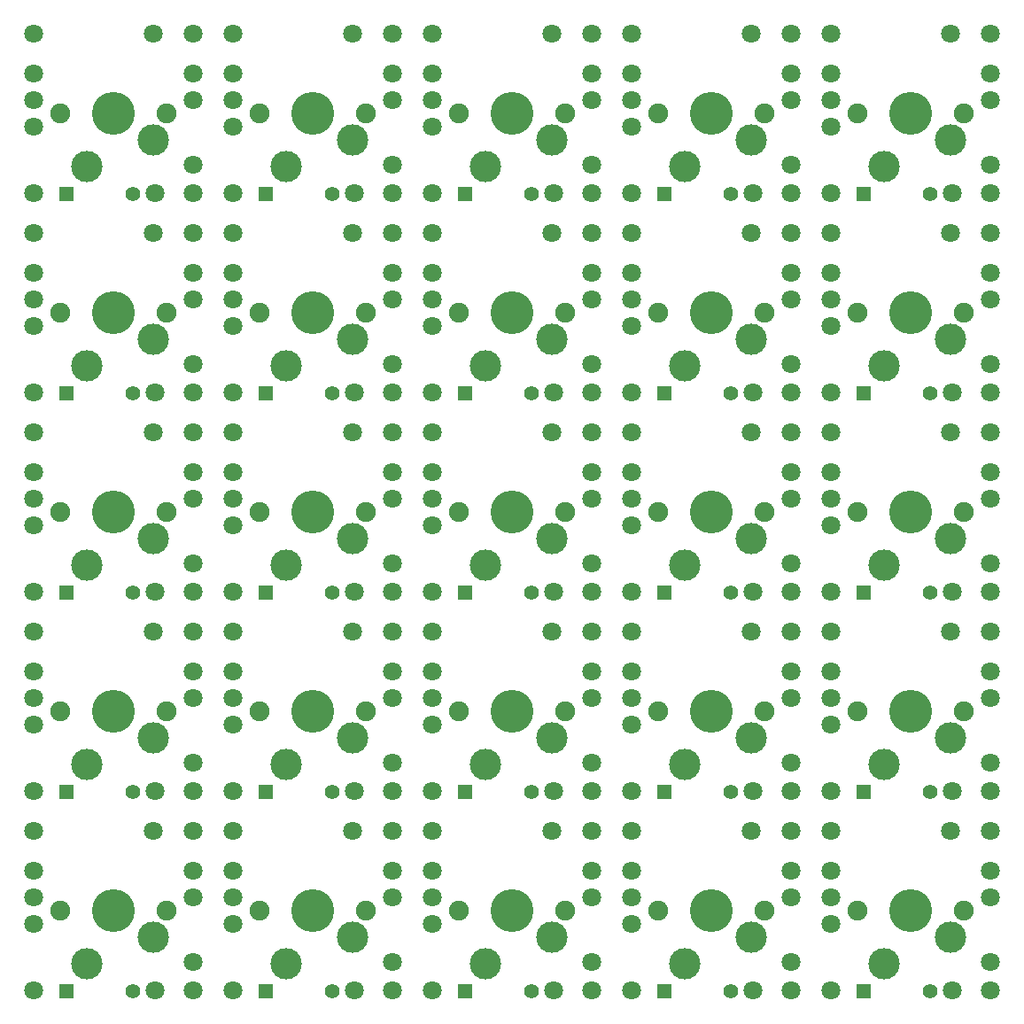
<source format=gts>
%TF.GenerationSoftware,KiCad,Pcbnew,(6.0.0-0)*%
%TF.CreationDate,2022-01-08T22:40:35+00:00*%
%TF.ProjectId,Sarcodina,53617263-6f64-4696-9e61-2e6b69636164,rev?*%
%TF.SameCoordinates,Original*%
%TF.FileFunction,Soldermask,Top*%
%TF.FilePolarity,Negative*%
%FSLAX46Y46*%
G04 Gerber Fmt 4.6, Leading zero omitted, Abs format (unit mm)*
G04 Created by KiCad (PCBNEW (6.0.0-0)) date 2022-01-08 22:40:35*
%MOMM*%
%LPD*%
G01*
G04 APERTURE LIST*
%ADD10C,3.000000*%
%ADD11C,1.900000*%
%ADD12C,4.100000*%
%ADD13C,1.800000*%
%ADD14R,1.400000X1.400000*%
%ADD15C,1.400000*%
G04 APERTURE END LIST*
D10*
%TO.C,SW7*%
X67437000Y-118713250D03*
D11*
X75057000Y-113633250D03*
X64897000Y-113633250D03*
D10*
X73787000Y-116173250D03*
D12*
X69977000Y-113633250D03*
%TD*%
D10*
%TO.C,SW7*%
X67437000Y-61563250D03*
D11*
X64897000Y-56483250D03*
D12*
X69977000Y-56483250D03*
D10*
X73787000Y-59023250D03*
D11*
X75057000Y-56483250D03*
%TD*%
D13*
%TO.C,*%
X119507000Y-74263250D03*
%TD*%
%TO.C,*%
X100457000Y-76803250D03*
%TD*%
%TO.C,*%
X43307000Y-102203250D03*
%TD*%
D10*
%TO.C,SW7*%
X92837000Y-97123250D03*
D11*
X83947000Y-94583250D03*
D10*
X86487000Y-99663250D03*
D11*
X94107000Y-94583250D03*
D12*
X89027000Y-94583250D03*
%TD*%
D13*
%TO.C,*%
X100457000Y-33623250D03*
%TD*%
%TO.C,*%
X77597000Y-45053250D03*
%TD*%
%TO.C,*%
X96647000Y-55213250D03*
%TD*%
D11*
%TO.C,SW7*%
X113157000Y-75533250D03*
D10*
X105537000Y-80613250D03*
X111887000Y-78073250D03*
D12*
X108077000Y-75533250D03*
D11*
X102997000Y-75533250D03*
%TD*%
D13*
%TO.C,*%
X92964000Y-102203250D03*
%TD*%
%TO.C,*%
X134747000Y-106013250D03*
%TD*%
%TO.C,*%
X134747000Y-80486250D03*
%TD*%
%TO.C,*%
X77597000Y-90773250D03*
%TD*%
%TO.C,*%
X62357000Y-121253250D03*
%TD*%
%TO.C,*%
X96647000Y-80486250D03*
%TD*%
%TO.C,*%
X96647000Y-106013250D03*
%TD*%
%TO.C,*%
X77597000Y-80486250D03*
%TD*%
%TO.C,*%
X100457000Y-95853250D03*
%TD*%
%TO.C,*%
X100457000Y-67913250D03*
%TD*%
%TO.C,*%
X77597000Y-112363250D03*
%TD*%
%TO.C,*%
X119507000Y-36163250D03*
%TD*%
%TO.C,*%
X115697000Y-99536250D03*
%TD*%
%TO.C,*%
X77597000Y-52673250D03*
%TD*%
%TO.C,*%
X81407000Y-102203250D03*
%TD*%
%TO.C,*%
X96647000Y-99536250D03*
%TD*%
%TO.C,*%
X134747000Y-86963250D03*
%TD*%
%TO.C,*%
X81407000Y-45053250D03*
%TD*%
%TO.C,*%
X73787000Y-48863250D03*
%TD*%
%TO.C,*%
X134747000Y-112363250D03*
%TD*%
%TO.C,*%
X43307000Y-114903250D03*
%TD*%
%TO.C,*%
X100457000Y-29813250D03*
%TD*%
%TO.C,*%
X92837000Y-29813250D03*
%TD*%
%TO.C,*%
X100457000Y-38703250D03*
%TD*%
%TO.C,*%
X54737000Y-29813250D03*
%TD*%
%TO.C,*%
X81407000Y-33623250D03*
%TD*%
%TO.C,*%
X115697000Y-106013250D03*
%TD*%
D14*
%TO.C,D*%
X103615000Y-64230250D03*
D15*
X109965000Y-64230250D03*
%TD*%
D14*
%TO.C,D*%
X46465000Y-121380250D03*
D15*
X52815000Y-121380250D03*
%TD*%
D13*
%TO.C,*%
X115697000Y-52673250D03*
%TD*%
%TO.C,*%
X43307000Y-71723250D03*
%TD*%
D14*
%TO.C,D*%
X84565000Y-121380250D03*
D15*
X90915000Y-121380250D03*
%TD*%
D13*
%TO.C,*%
X81407000Y-36163250D03*
%TD*%
%TO.C,*%
X96647000Y-86963250D03*
%TD*%
%TO.C,*%
X43307000Y-93313250D03*
%TD*%
%TO.C,*%
X62357000Y-86963250D03*
%TD*%
%TO.C,*%
X100457000Y-48863250D03*
%TD*%
%TO.C,*%
X130937000Y-48863250D03*
%TD*%
%TO.C,*%
X62357000Y-33623250D03*
%TD*%
%TO.C,*%
X96647000Y-112363250D03*
%TD*%
%TO.C,*%
X43307000Y-109823250D03*
%TD*%
%TO.C,*%
X58547000Y-55213250D03*
%TD*%
%TO.C,*%
X96647000Y-109823250D03*
%TD*%
%TO.C,*%
X54737000Y-86963250D03*
%TD*%
%TO.C,*%
X96647000Y-90773250D03*
%TD*%
%TO.C,*%
X43307000Y-90773250D03*
%TD*%
%TO.C,*%
X119507000Y-121253250D03*
%TD*%
%TO.C,*%
X119507000Y-64103250D03*
%TD*%
%TO.C,*%
X96647000Y-118586250D03*
%TD*%
%TO.C,*%
X115697000Y-90773250D03*
%TD*%
%TO.C,*%
X96647000Y-71723250D03*
%TD*%
%TO.C,*%
X81407000Y-86963250D03*
%TD*%
%TO.C,*%
X134747000Y-61436250D03*
%TD*%
%TO.C,*%
X134747000Y-90773250D03*
%TD*%
D14*
%TO.C,D*%
X103615000Y-102330250D03*
D15*
X109965000Y-102330250D03*
%TD*%
D13*
%TO.C,*%
X115697000Y-80486250D03*
%TD*%
%TO.C,*%
X100457000Y-52673250D03*
%TD*%
%TO.C,*%
X96647000Y-48863250D03*
%TD*%
%TO.C,*%
X54864000Y-121253250D03*
%TD*%
%TO.C,*%
X92837000Y-67913250D03*
%TD*%
%TO.C,*%
X96647000Y-102203250D03*
%TD*%
D14*
%TO.C,D*%
X122665000Y-45180250D03*
D15*
X129015000Y-45180250D03*
%TD*%
D13*
%TO.C,*%
X77597000Y-86963250D03*
%TD*%
%TO.C,*%
X119507000Y-93313250D03*
%TD*%
%TO.C,*%
X77597000Y-67913250D03*
%TD*%
%TO.C,*%
X119507000Y-29813250D03*
%TD*%
%TO.C,*%
X96647000Y-64103250D03*
%TD*%
%TO.C,*%
X62357000Y-74263250D03*
%TD*%
%TO.C,*%
X77597000Y-93313250D03*
%TD*%
%TO.C,*%
X119507000Y-95853250D03*
%TD*%
D14*
%TO.C,D*%
X84565000Y-45180250D03*
D15*
X90915000Y-45180250D03*
%TD*%
D13*
%TO.C,*%
X77597000Y-106013250D03*
%TD*%
%TO.C,*%
X54864000Y-45053250D03*
%TD*%
%TO.C,*%
X112014000Y-64103250D03*
%TD*%
D11*
%TO.C,SW7*%
X75057000Y-94583250D03*
D10*
X73787000Y-97123250D03*
D11*
X64897000Y-94583250D03*
D10*
X67437000Y-99663250D03*
D12*
X69977000Y-94583250D03*
%TD*%
D13*
%TO.C,*%
X62357000Y-109823250D03*
%TD*%
%TO.C,*%
X119507000Y-48863250D03*
%TD*%
%TO.C,*%
X58547000Y-90773250D03*
%TD*%
%TO.C,*%
X62357000Y-95853250D03*
%TD*%
%TO.C,*%
X73914000Y-102203250D03*
%TD*%
%TO.C,*%
X77597000Y-121253250D03*
%TD*%
D14*
%TO.C,D*%
X103615000Y-83280250D03*
D15*
X109965000Y-83280250D03*
%TD*%
D13*
%TO.C,*%
X62357000Y-93313250D03*
%TD*%
%TO.C,*%
X100457000Y-106013250D03*
%TD*%
%TO.C,*%
X73787000Y-67913250D03*
%TD*%
%TO.C,*%
X134747000Y-45053250D03*
%TD*%
D14*
%TO.C,D*%
X46465000Y-102330250D03*
D15*
X52815000Y-102330250D03*
%TD*%
D10*
%TO.C,SW7*%
X111887000Y-116173250D03*
X105537000Y-118713250D03*
D11*
X113157000Y-113633250D03*
D12*
X108077000Y-113633250D03*
D11*
X102997000Y-113633250D03*
%TD*%
D13*
%TO.C,*%
X58547000Y-42386250D03*
%TD*%
%TO.C,*%
X119507000Y-106013250D03*
%TD*%
%TO.C,*%
X77597000Y-61436250D03*
%TD*%
%TO.C,*%
X73914000Y-64103250D03*
%TD*%
D14*
%TO.C,D*%
X65515000Y-121380250D03*
D15*
X71865000Y-121380250D03*
%TD*%
D13*
%TO.C,*%
X62357000Y-48863250D03*
%TD*%
%TO.C,*%
X100457000Y-109823250D03*
%TD*%
D11*
%TO.C,SW7*%
X64897000Y-37433250D03*
D10*
X67437000Y-42513250D03*
X73787000Y-39973250D03*
D11*
X75057000Y-37433250D03*
D12*
X69977000Y-37433250D03*
%TD*%
D13*
%TO.C,*%
X119507000Y-109823250D03*
%TD*%
%TO.C,*%
X115697000Y-121253250D03*
%TD*%
%TO.C,*%
X96647000Y-93313250D03*
%TD*%
%TO.C,*%
X81407000Y-71723250D03*
%TD*%
%TO.C,*%
X100457000Y-74263250D03*
%TD*%
%TO.C,*%
X134747000Y-64103250D03*
%TD*%
%TO.C,*%
X43307000Y-95853250D03*
%TD*%
%TO.C,*%
X43307000Y-48863250D03*
%TD*%
%TO.C,*%
X134747000Y-52673250D03*
%TD*%
%TO.C,*%
X54864000Y-83153250D03*
%TD*%
%TO.C,*%
X73787000Y-106013250D03*
%TD*%
%TO.C,*%
X115697000Y-112363250D03*
%TD*%
%TO.C,*%
X115697000Y-102203250D03*
%TD*%
%TO.C,*%
X77597000Y-64103250D03*
%TD*%
%TO.C,*%
X134747000Y-42386250D03*
%TD*%
%TO.C,*%
X81407000Y-106013250D03*
%TD*%
D12*
%TO.C,SW7*%
X50927000Y-113633250D03*
D11*
X45847000Y-113633250D03*
D10*
X48387000Y-118713250D03*
D11*
X56007000Y-113633250D03*
D10*
X54737000Y-116173250D03*
%TD*%
D13*
%TO.C,*%
X96647000Y-36163250D03*
%TD*%
%TO.C,*%
X58547000Y-83153250D03*
%TD*%
%TO.C,*%
X119507000Y-71723250D03*
%TD*%
%TO.C,*%
X92964000Y-83153250D03*
%TD*%
%TO.C,*%
X81407000Y-52673250D03*
%TD*%
%TO.C,*%
X100457000Y-36163250D03*
%TD*%
%TO.C,*%
X81407000Y-95853250D03*
%TD*%
%TO.C,*%
X115697000Y-29813250D03*
%TD*%
%TO.C,*%
X111887000Y-48863250D03*
%TD*%
%TO.C,*%
X112014000Y-45053250D03*
%TD*%
%TO.C,*%
X96647000Y-42386250D03*
%TD*%
%TO.C,*%
X100457000Y-90773250D03*
%TD*%
D10*
%TO.C,SW7*%
X130937000Y-97123250D03*
D11*
X122047000Y-94583250D03*
X132207000Y-94583250D03*
D12*
X127127000Y-94583250D03*
D10*
X124587000Y-99663250D03*
%TD*%
D13*
%TO.C,*%
X119507000Y-83153250D03*
%TD*%
D11*
%TO.C,SW7*%
X45847000Y-56483250D03*
D10*
X54737000Y-59023250D03*
D11*
X56007000Y-56483250D03*
D12*
X50927000Y-56483250D03*
D10*
X48387000Y-61563250D03*
%TD*%
D13*
%TO.C,*%
X100457000Y-71723250D03*
%TD*%
%TO.C,*%
X115697000Y-36163250D03*
%TD*%
%TO.C,*%
X81407000Y-48863250D03*
%TD*%
D14*
%TO.C,D*%
X65515000Y-83280250D03*
D15*
X71865000Y-83280250D03*
%TD*%
D13*
%TO.C,*%
X112014000Y-83153250D03*
%TD*%
%TO.C,*%
X58547000Y-109823250D03*
%TD*%
%TO.C,*%
X43307000Y-86963250D03*
%TD*%
%TO.C,*%
X96647000Y-33623250D03*
%TD*%
D14*
%TO.C,D*%
X122665000Y-64230250D03*
D15*
X129015000Y-64230250D03*
%TD*%
D13*
%TO.C,*%
X58547000Y-71723250D03*
%TD*%
%TO.C,*%
X92964000Y-121253250D03*
%TD*%
%TO.C,*%
X58547000Y-64103250D03*
%TD*%
%TO.C,*%
X73914000Y-83153250D03*
%TD*%
%TO.C,*%
X77597000Y-109823250D03*
%TD*%
%TO.C,*%
X62357000Y-55213250D03*
%TD*%
%TO.C,*%
X73787000Y-29813250D03*
%TD*%
D14*
%TO.C,D*%
X103615000Y-121380250D03*
D15*
X109965000Y-121380250D03*
%TD*%
D13*
%TO.C,*%
X43307000Y-57753250D03*
%TD*%
%TO.C,*%
X92964000Y-45053250D03*
%TD*%
%TO.C,*%
X54737000Y-48863250D03*
%TD*%
%TO.C,*%
X134747000Y-55213250D03*
%TD*%
%TO.C,*%
X77597000Y-55213250D03*
%TD*%
D14*
%TO.C,D*%
X46465000Y-64230250D03*
D15*
X52815000Y-64230250D03*
%TD*%
D13*
%TO.C,*%
X73914000Y-121253250D03*
%TD*%
D12*
%TO.C,SW7*%
X69977000Y-75533250D03*
D11*
X64897000Y-75533250D03*
D10*
X67437000Y-80613250D03*
X73787000Y-78073250D03*
D11*
X75057000Y-75533250D03*
%TD*%
D13*
%TO.C,*%
X92964000Y-64103250D03*
%TD*%
%TO.C,*%
X43307000Y-121253250D03*
%TD*%
%TO.C,*%
X131064000Y-64103250D03*
%TD*%
%TO.C,*%
X134747000Y-109823250D03*
%TD*%
%TO.C,*%
X119507000Y-45053250D03*
%TD*%
%TO.C,*%
X130937000Y-29813250D03*
%TD*%
%TO.C,*%
X96647000Y-29813250D03*
%TD*%
%TO.C,*%
X115697000Y-86963250D03*
%TD*%
%TO.C,*%
X131064000Y-83153250D03*
%TD*%
%TO.C,*%
X134747000Y-99536250D03*
%TD*%
%TO.C,*%
X134747000Y-36163250D03*
%TD*%
%TO.C,*%
X62357000Y-106013250D03*
%TD*%
%TO.C,*%
X134747000Y-93313250D03*
%TD*%
%TO.C,*%
X81407000Y-83153250D03*
%TD*%
D14*
%TO.C,D*%
X122665000Y-121380250D03*
D15*
X129015000Y-121380250D03*
%TD*%
D13*
%TO.C,*%
X77597000Y-99536250D03*
%TD*%
%TO.C,*%
X115697000Y-109823250D03*
%TD*%
%TO.C,*%
X92837000Y-106013250D03*
%TD*%
D14*
%TO.C,D*%
X46465000Y-83280250D03*
D15*
X52815000Y-83280250D03*
%TD*%
D13*
%TO.C,*%
X62357000Y-36163250D03*
%TD*%
D14*
%TO.C,D*%
X84565000Y-64230250D03*
D15*
X90915000Y-64230250D03*
%TD*%
D13*
%TO.C,*%
X134747000Y-33623250D03*
%TD*%
%TO.C,*%
X100457000Y-83153250D03*
%TD*%
%TO.C,*%
X100457000Y-114903250D03*
%TD*%
%TO.C,*%
X81407000Y-76803250D03*
%TD*%
%TO.C,*%
X62357000Y-57753250D03*
%TD*%
%TO.C,*%
X81407000Y-38703250D03*
%TD*%
%TO.C,*%
X81407000Y-29813250D03*
%TD*%
%TO.C,*%
X77597000Y-33623250D03*
%TD*%
%TO.C,*%
X62357000Y-71723250D03*
%TD*%
%TO.C,*%
X58547000Y-106013250D03*
%TD*%
%TO.C,*%
X96647000Y-74263250D03*
%TD*%
%TO.C,*%
X92837000Y-86963250D03*
%TD*%
%TO.C,*%
X119507000Y-67913250D03*
%TD*%
%TO.C,*%
X115697000Y-45053250D03*
%TD*%
%TO.C,*%
X58547000Y-29813250D03*
%TD*%
%TO.C,*%
X100457000Y-64103250D03*
%TD*%
%TO.C,*%
X77597000Y-36163250D03*
%TD*%
%TO.C,*%
X43307000Y-106013250D03*
%TD*%
%TO.C,*%
X43307000Y-76803250D03*
%TD*%
%TO.C,*%
X100457000Y-45053250D03*
%TD*%
%TO.C,*%
X54864000Y-64103250D03*
%TD*%
D12*
%TO.C,SW7*%
X127127000Y-113633250D03*
D10*
X124587000Y-118713250D03*
D11*
X122047000Y-113633250D03*
X132207000Y-113633250D03*
D10*
X130937000Y-116173250D03*
%TD*%
D14*
%TO.C,D*%
X122665000Y-83280250D03*
D15*
X129015000Y-83280250D03*
%TD*%
D14*
%TO.C,D*%
X103615000Y-45180250D03*
D15*
X109965000Y-45180250D03*
%TD*%
D13*
%TO.C,*%
X100457000Y-102203250D03*
%TD*%
%TO.C,*%
X58547000Y-102203250D03*
%TD*%
%TO.C,*%
X62357000Y-29813250D03*
%TD*%
%TO.C,*%
X96647000Y-83153250D03*
%TD*%
%TO.C,*%
X100457000Y-121253250D03*
%TD*%
D14*
%TO.C,D*%
X84565000Y-83280250D03*
D15*
X90915000Y-83280250D03*
%TD*%
D13*
%TO.C,*%
X115697000Y-93313250D03*
%TD*%
%TO.C,*%
X43307000Y-45053250D03*
%TD*%
%TO.C,*%
X81407000Y-57753250D03*
%TD*%
%TO.C,*%
X134747000Y-102203250D03*
%TD*%
%TO.C,*%
X100457000Y-57753250D03*
%TD*%
%TO.C,*%
X43307000Y-36163250D03*
%TD*%
%TO.C,*%
X96647000Y-67913250D03*
%TD*%
D12*
%TO.C,SW7*%
X89027000Y-37433250D03*
D11*
X94107000Y-37433250D03*
D10*
X92837000Y-39973250D03*
D11*
X83947000Y-37433250D03*
D10*
X86487000Y-42513250D03*
%TD*%
D13*
%TO.C,*%
X58547000Y-86963250D03*
%TD*%
D10*
%TO.C,SW7*%
X130937000Y-59023250D03*
D12*
X127127000Y-56483250D03*
D10*
X124587000Y-61563250D03*
D11*
X122047000Y-56483250D03*
X132207000Y-56483250D03*
%TD*%
D13*
%TO.C,*%
X81407000Y-67913250D03*
%TD*%
%TO.C,*%
X119507000Y-86963250D03*
%TD*%
%TO.C,*%
X134747000Y-71723250D03*
%TD*%
%TO.C,*%
X112014000Y-102203250D03*
%TD*%
%TO.C,*%
X131064000Y-121253250D03*
%TD*%
%TO.C,*%
X62357000Y-114903250D03*
%TD*%
%TO.C,*%
X62357000Y-76803250D03*
%TD*%
%TO.C,*%
X58547000Y-74263250D03*
%TD*%
%TO.C,*%
X115697000Y-61436250D03*
%TD*%
%TO.C,*%
X58547000Y-36163250D03*
%TD*%
%TO.C,*%
X81407000Y-90773250D03*
%TD*%
%TO.C,*%
X111887000Y-106013250D03*
%TD*%
%TO.C,*%
X58547000Y-80486250D03*
%TD*%
%TO.C,*%
X134747000Y-118586250D03*
%TD*%
%TO.C,*%
X115697000Y-48863250D03*
%TD*%
%TO.C,*%
X58547000Y-52673250D03*
%TD*%
%TO.C,*%
X43307000Y-38703250D03*
%TD*%
%TO.C,*%
X119507000Y-52673250D03*
%TD*%
%TO.C,*%
X62357000Y-45053250D03*
%TD*%
%TO.C,*%
X43307000Y-55213250D03*
%TD*%
D14*
%TO.C,D*%
X65515000Y-102330250D03*
D15*
X71865000Y-102330250D03*
%TD*%
D13*
%TO.C,*%
X77597000Y-29813250D03*
%TD*%
%TO.C,*%
X111887000Y-86963250D03*
%TD*%
%TO.C,*%
X100457000Y-86963250D03*
%TD*%
%TO.C,*%
X58547000Y-99536250D03*
%TD*%
%TO.C,*%
X73914000Y-45053250D03*
%TD*%
%TO.C,*%
X119507000Y-57753250D03*
%TD*%
%TO.C,*%
X96647000Y-52673250D03*
%TD*%
%TO.C,*%
X134747000Y-83153250D03*
%TD*%
D10*
%TO.C,SW7*%
X130937000Y-78073250D03*
D12*
X127127000Y-75533250D03*
D10*
X124587000Y-80613250D03*
D11*
X122047000Y-75533250D03*
X132207000Y-75533250D03*
%TD*%
D10*
%TO.C,SW7*%
X111887000Y-39973250D03*
D11*
X113157000Y-37433250D03*
X102997000Y-37433250D03*
D10*
X105537000Y-42513250D03*
D12*
X108077000Y-37433250D03*
%TD*%
D13*
%TO.C,*%
X43307000Y-33623250D03*
%TD*%
%TO.C,*%
X54737000Y-67913250D03*
%TD*%
%TO.C,*%
X115697000Y-33623250D03*
%TD*%
%TO.C,*%
X115697000Y-74263250D03*
%TD*%
%TO.C,*%
X119507000Y-33623250D03*
%TD*%
%TO.C,*%
X96647000Y-45053250D03*
%TD*%
%TO.C,*%
X92837000Y-48863250D03*
%TD*%
%TO.C,*%
X100457000Y-93313250D03*
%TD*%
%TO.C,*%
X130937000Y-106013250D03*
%TD*%
%TO.C,*%
X100457000Y-112363250D03*
%TD*%
%TO.C,*%
X62357000Y-83153250D03*
%TD*%
%TO.C,*%
X43307000Y-83153250D03*
%TD*%
%TO.C,*%
X96647000Y-121253250D03*
%TD*%
%TO.C,*%
X81407000Y-112363250D03*
%TD*%
%TO.C,*%
X81407000Y-114903250D03*
%TD*%
D11*
%TO.C,SW7*%
X45847000Y-94583250D03*
X56007000Y-94583250D03*
D10*
X54737000Y-97123250D03*
D12*
X50927000Y-94583250D03*
D10*
X48387000Y-99663250D03*
%TD*%
D13*
%TO.C,*%
X134747000Y-121253250D03*
%TD*%
%TO.C,*%
X43307000Y-52673250D03*
%TD*%
%TO.C,*%
X119507000Y-114903250D03*
%TD*%
%TO.C,*%
X134747000Y-29813250D03*
%TD*%
D12*
%TO.C,SW7*%
X89027000Y-75533250D03*
D10*
X92837000Y-78073250D03*
X86487000Y-80613250D03*
D11*
X94107000Y-75533250D03*
X83947000Y-75533250D03*
%TD*%
D13*
%TO.C,*%
X58547000Y-118586250D03*
%TD*%
%TO.C,*%
X77597000Y-74263250D03*
%TD*%
%TO.C,*%
X43307000Y-67913250D03*
%TD*%
%TO.C,*%
X58547000Y-45053250D03*
%TD*%
%TO.C,*%
X119507000Y-112363250D03*
%TD*%
%TO.C,*%
X81407000Y-55213250D03*
%TD*%
%TO.C,*%
X119507000Y-90773250D03*
%TD*%
D12*
%TO.C,SW7*%
X108077000Y-94583250D03*
D11*
X113157000Y-94583250D03*
X102997000Y-94583250D03*
D10*
X111887000Y-97123250D03*
X105537000Y-99663250D03*
%TD*%
D13*
%TO.C,*%
X77597000Y-48863250D03*
%TD*%
%TO.C,*%
X111887000Y-29813250D03*
%TD*%
%TO.C,*%
X58547000Y-121253250D03*
%TD*%
%TO.C,*%
X43307000Y-74263250D03*
%TD*%
D14*
%TO.C,D*%
X46465000Y-45180250D03*
D15*
X52815000Y-45180250D03*
%TD*%
D13*
%TO.C,*%
X115697000Y-118586250D03*
%TD*%
%TO.C,*%
X96647000Y-61436250D03*
%TD*%
%TO.C,*%
X115697000Y-42386250D03*
%TD*%
%TO.C,*%
X62357000Y-38703250D03*
%TD*%
%TO.C,*%
X62357000Y-90773250D03*
%TD*%
%TO.C,*%
X62357000Y-52673250D03*
%TD*%
%TO.C,*%
X81407000Y-74263250D03*
%TD*%
%TO.C,*%
X131064000Y-102203250D03*
%TD*%
%TO.C,*%
X134747000Y-67913250D03*
%TD*%
%TO.C,*%
X43307000Y-64103250D03*
%TD*%
D10*
%TO.C,SW7*%
X105537000Y-61563250D03*
D12*
X108077000Y-56483250D03*
D10*
X111887000Y-59023250D03*
D11*
X113157000Y-56483250D03*
X102997000Y-56483250D03*
%TD*%
D12*
%TO.C,SW7*%
X50927000Y-37433250D03*
D10*
X48387000Y-42513250D03*
D11*
X56007000Y-37433250D03*
D10*
X54737000Y-39973250D03*
D11*
X45847000Y-37433250D03*
%TD*%
D13*
%TO.C,*%
X115697000Y-64103250D03*
%TD*%
%TO.C,*%
X77597000Y-42386250D03*
%TD*%
%TO.C,*%
X58547000Y-93313250D03*
%TD*%
%TO.C,*%
X62357000Y-102203250D03*
%TD*%
%TO.C,*%
X58547000Y-33623250D03*
%TD*%
%TO.C,*%
X77597000Y-118586250D03*
%TD*%
D14*
%TO.C,D*%
X65515000Y-45180250D03*
D15*
X71865000Y-45180250D03*
%TD*%
D11*
%TO.C,SW7*%
X56007000Y-75533250D03*
D12*
X50927000Y-75533250D03*
D10*
X54737000Y-78073250D03*
X48387000Y-80613250D03*
D11*
X45847000Y-75533250D03*
%TD*%
D13*
%TO.C,*%
X131064000Y-45053250D03*
%TD*%
%TO.C,*%
X134747000Y-74263250D03*
%TD*%
D10*
%TO.C,SW7*%
X86487000Y-118713250D03*
X92837000Y-116173250D03*
D11*
X83947000Y-113633250D03*
D12*
X89027000Y-113633250D03*
D11*
X94107000Y-113633250D03*
%TD*%
D13*
%TO.C,*%
X100457000Y-55213250D03*
%TD*%
%TO.C,*%
X111887000Y-67913250D03*
%TD*%
D12*
%TO.C,SW7*%
X127127000Y-37433250D03*
D10*
X124587000Y-42513250D03*
D11*
X122047000Y-37433250D03*
D10*
X130937000Y-39973250D03*
D11*
X132207000Y-37433250D03*
%TD*%
D13*
%TO.C,*%
X77597000Y-83153250D03*
%TD*%
%TO.C,*%
X58547000Y-112363250D03*
%TD*%
%TO.C,*%
X54737000Y-106013250D03*
%TD*%
D14*
%TO.C,D*%
X84565000Y-102330250D03*
D15*
X90915000Y-102330250D03*
%TD*%
D13*
%TO.C,*%
X119507000Y-76803250D03*
%TD*%
%TO.C,*%
X77597000Y-102203250D03*
%TD*%
D14*
%TO.C,D*%
X65515000Y-64230250D03*
D15*
X71865000Y-64230250D03*
%TD*%
D13*
%TO.C,*%
X130937000Y-67913250D03*
%TD*%
%TO.C,*%
X134747000Y-48863250D03*
%TD*%
%TO.C,*%
X58547000Y-67913250D03*
%TD*%
%TO.C,*%
X115697000Y-55213250D03*
%TD*%
%TO.C,*%
X119507000Y-102203250D03*
%TD*%
%TO.C,*%
X58547000Y-48863250D03*
%TD*%
%TO.C,*%
X119507000Y-38703250D03*
%TD*%
%TO.C,*%
X115697000Y-83153250D03*
%TD*%
%TO.C,*%
X77597000Y-71723250D03*
%TD*%
%TO.C,*%
X115697000Y-67913250D03*
%TD*%
%TO.C,*%
X81407000Y-109823250D03*
%TD*%
D11*
%TO.C,SW7*%
X94107000Y-56483250D03*
X83947000Y-56483250D03*
D10*
X86487000Y-61563250D03*
X92837000Y-59023250D03*
D12*
X89027000Y-56483250D03*
%TD*%
D13*
%TO.C,*%
X54864000Y-102203250D03*
%TD*%
%TO.C,*%
X73787000Y-86963250D03*
%TD*%
%TO.C,*%
X58547000Y-61436250D03*
%TD*%
%TO.C,*%
X81407000Y-121253250D03*
%TD*%
%TO.C,*%
X112014000Y-121253250D03*
%TD*%
%TO.C,*%
X62357000Y-112363250D03*
%TD*%
%TO.C,*%
X119507000Y-55213250D03*
%TD*%
%TO.C,*%
X81407000Y-64103250D03*
%TD*%
%TO.C,*%
X43307000Y-112363250D03*
%TD*%
D14*
%TO.C,D*%
X122665000Y-102330250D03*
D15*
X129015000Y-102330250D03*
%TD*%
D13*
%TO.C,*%
X62357000Y-64103250D03*
%TD*%
%TO.C,*%
X43307000Y-29813250D03*
%TD*%
%TO.C,*%
X130937000Y-86963250D03*
%TD*%
%TO.C,*%
X115697000Y-71723250D03*
%TD*%
%TO.C,*%
X81407000Y-93313250D03*
%TD*%
%TO.C,*%
X62357000Y-67913250D03*
%TD*%
M02*

</source>
